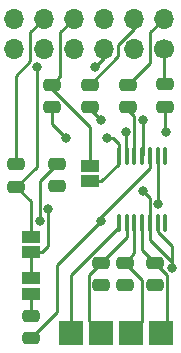
<source format=gbr>
%TF.GenerationSoftware,KiCad,Pcbnew,7.0.7*%
%TF.CreationDate,2023-09-01T15:10:47-05:00*%
%TF.ProjectId,SNES_RGB_BYPASS_AMP,534e4553-5f52-4474-925f-425950415353,rev?*%
%TF.SameCoordinates,Original*%
%TF.FileFunction,Copper,L1,Top*%
%TF.FilePolarity,Positive*%
%FSLAX46Y46*%
G04 Gerber Fmt 4.6, Leading zero omitted, Abs format (unit mm)*
G04 Created by KiCad (PCBNEW 7.0.7) date 2023-09-01 15:10:47*
%MOMM*%
%LPD*%
G01*
G04 APERTURE LIST*
G04 Aperture macros list*
%AMRoundRect*
0 Rectangle with rounded corners*
0 $1 Rounding radius*
0 $2 $3 $4 $5 $6 $7 $8 $9 X,Y pos of 4 corners*
0 Add a 4 corners polygon primitive as box body*
4,1,4,$2,$3,$4,$5,$6,$7,$8,$9,$2,$3,0*
0 Add four circle primitives for the rounded corners*
1,1,$1+$1,$2,$3*
1,1,$1+$1,$4,$5*
1,1,$1+$1,$6,$7*
1,1,$1+$1,$8,$9*
0 Add four rect primitives between the rounded corners*
20,1,$1+$1,$2,$3,$4,$5,0*
20,1,$1+$1,$4,$5,$6,$7,0*
20,1,$1+$1,$6,$7,$8,$9,0*
20,1,$1+$1,$8,$9,$2,$3,0*%
G04 Aperture macros list end*
%TA.AperFunction,SMDPad,CuDef*%
%ADD10R,2.000000X2.000000*%
%TD*%
%TA.AperFunction,SMDPad,CuDef*%
%ADD11RoundRect,0.250000X-0.475000X0.250000X-0.475000X-0.250000X0.475000X-0.250000X0.475000X0.250000X0*%
%TD*%
%TA.AperFunction,SMDPad,CuDef*%
%ADD12R,1.500000X1.000000*%
%TD*%
%TA.AperFunction,SMDPad,CuDef*%
%ADD13RoundRect,0.100000X0.100000X-0.637500X0.100000X0.637500X-0.100000X0.637500X-0.100000X-0.637500X0*%
%TD*%
%TA.AperFunction,SMDPad,CuDef*%
%ADD14RoundRect,0.250000X0.475000X-0.250000X0.475000X0.250000X-0.475000X0.250000X-0.475000X-0.250000X0*%
%TD*%
%TA.AperFunction,ComponentPad*%
%ADD15C,1.700000*%
%TD*%
%TA.AperFunction,ComponentPad*%
%ADD16O,1.700000X1.700000*%
%TD*%
%TA.AperFunction,ViaPad*%
%ADD17C,0.800000*%
%TD*%
%TA.AperFunction,Conductor*%
%ADD18C,0.250000*%
%TD*%
G04 APERTURE END LIST*
D10*
%TO.P,J1,1,Pin_1*%
%TO.N,/CSync*%
X133420000Y-97475000D03*
%TO.P,J1,2,Pin_2*%
%TO.N,/R*%
X135960000Y-97475000D03*
%TO.P,J1,3,Pin_3*%
%TO.N,/G*%
X138500000Y-97475000D03*
%TO.P,J1,4,Pin_4*%
%TO.N,/B*%
X141040000Y-97475000D03*
%TD*%
D11*
%TO.P,C1,1*%
%TO.N,VCC*%
X128778000Y-83225600D03*
%TO.P,C1,2*%
%TO.N,GND*%
X128778000Y-85125600D03*
%TD*%
D12*
%TO.P,JP2,1,A*%
%TO.N,Net-(JP1-B)*%
X130000000Y-92850000D03*
%TO.P,JP2,2,B*%
%TO.N,Net-(JP2-B)*%
X130000000Y-94150000D03*
%TD*%
D13*
%TO.P,U1,1,CH1_IN*%
%TO.N,/CSync*%
X137496000Y-88206500D03*
%TO.P,U1,2,CH2_IN*%
%TO.N,/R*%
X138146000Y-88206500D03*
%TO.P,U1,3,CH3_IN*%
%TO.N,/G*%
X138796000Y-88206500D03*
%TO.P,U1,4,CH4_IN*%
%TO.N,/B*%
X139446000Y-88206500D03*
%TO.P,U1,5,GND*%
%TO.N,GND*%
X140096000Y-88206500D03*
%TO.P,U1,6,DISABLE*%
X140746000Y-88206500D03*
%TO.P,U1,7,NC*%
%TO.N,unconnected-(U1-NC-Pad7)*%
X141396000Y-88206500D03*
%TO.P,U1,8,NC*%
%TO.N,unconnected-(U1-NC-Pad8)*%
X141396000Y-82481500D03*
%TO.P,U1,9,BYPASS*%
%TO.N,Net-(JP1-B)*%
X140746000Y-82481500D03*
%TO.P,U1,10,V_{S+}*%
%TO.N,VCC*%
X140096000Y-82481500D03*
%TO.P,U1,11,CH4_OUT*%
%TO.N,Net-(U1-CH4_OUT)*%
X139446000Y-82481500D03*
%TO.P,U1,12,CH3_OUT*%
%TO.N,Net-(U1-CH3_OUT)*%
X138796000Y-82481500D03*
%TO.P,U1,13,CH2_OUT*%
%TO.N,Net-(U1-CH2_OUT)*%
X138146000Y-82481500D03*
%TO.P,U1,14,CH1_OUT*%
%TO.N,Net-(JP3-A)*%
X137496000Y-82481500D03*
%TD*%
D11*
%TO.P,R5,1*%
%TO.N,/CSync'*%
X131775200Y-76469200D03*
%TO.P,R5,2*%
%TO.N,Net-(JP3-A)*%
X131775200Y-78369200D03*
%TD*%
%TO.P,R4,1*%
%TO.N,Net-(JP2-B)*%
X130000000Y-96050000D03*
%TO.P,R4,2*%
%TO.N,VCC*%
X130000000Y-97950000D03*
%TD*%
D14*
%TO.P,R3,1*%
%TO.N,GND*%
X136000000Y-93450000D03*
%TO.P,R3,2*%
%TO.N,/R*%
X136000000Y-91550000D03*
%TD*%
D12*
%TO.P,JP1,1,A*%
%TO.N,GND*%
X130000000Y-89350000D03*
%TO.P,JP1,2,B*%
%TO.N,Net-(JP1-B)*%
X130000000Y-90650000D03*
%TD*%
D14*
%TO.P,R2,1*%
%TO.N,GND*%
X138000000Y-93450000D03*
%TO.P,R2,2*%
%TO.N,/G*%
X138000000Y-91550000D03*
%TD*%
D11*
%TO.P,R7,2*%
%TO.N,Net-(U1-CH3_OUT)*%
X138277600Y-78369200D03*
%TO.P,R7,1*%
%TO.N,/G'*%
X138277600Y-76469200D03*
%TD*%
%TO.P,R8,2*%
%TO.N,Net-(U1-CH4_OUT)*%
X135026400Y-78369200D03*
%TO.P,R8,1*%
%TO.N,/B'*%
X135026400Y-76469200D03*
%TD*%
D14*
%TO.P,R1,1*%
%TO.N,GND*%
X140500000Y-93450000D03*
%TO.P,R1,2*%
%TO.N,/B*%
X140500000Y-91550000D03*
%TD*%
D11*
%TO.P,R6,1*%
%TO.N,/R'*%
X141376400Y-76433600D03*
%TO.P,R6,2*%
%TO.N,Net-(U1-CH2_OUT)*%
X141376400Y-78333600D03*
%TD*%
D12*
%TO.P,JP3,1,A*%
%TO.N,Net-(JP3-A)*%
X135000000Y-84650000D03*
%TO.P,JP3,2,B*%
%TO.N,/CSync'*%
X135000000Y-83350000D03*
%TD*%
D11*
%TO.P,C2,1*%
%TO.N,VCC*%
X132257800Y-83174800D03*
%TO.P,C2,2*%
%TO.N,GND*%
X132257800Y-85074800D03*
%TD*%
D15*
%TO.P,J2,1,Pin_1*%
%TO.N,/R'*%
X141325600Y-73411000D03*
D16*
%TO.P,J2,2,Pin_2*%
%TO.N,/G'*%
X141325600Y-70871000D03*
%TO.P,J2,3,Pin_3*%
%TO.N,unconnected-(J2-Pin_3-Pad3)*%
X138785600Y-73411000D03*
%TO.P,J2,4,Pin_4*%
%TO.N,/B'*%
X138785600Y-70871000D03*
%TO.P,J2,5,Pin_5*%
%TO.N,GND*%
X136245600Y-73411000D03*
%TO.P,J2,6,Pin_6*%
%TO.N,unconnected-(J2-Pin_6-Pad6)*%
X136245600Y-70871000D03*
%TO.P,J2,7,Pin_7*%
%TO.N,unconnected-(J2-Pin_7-Pad7)*%
X133705600Y-73411000D03*
%TO.P,J2,8,Pin_8*%
%TO.N,/CSync'*%
X133705600Y-70871000D03*
%TO.P,J2,9,Pin_9*%
%TO.N,unconnected-(J2-Pin_9-Pad9)*%
X131165600Y-73411000D03*
%TO.P,J2,10,Pin_10*%
%TO.N,VCC*%
X131165600Y-70871000D03*
%TO.P,J2,11,Pin_11*%
%TO.N,unconnected-(J2-Pin_11-Pad11)*%
X128625600Y-73411000D03*
%TO.P,J2,12,Pin_12*%
%TO.N,unconnected-(J2-Pin_12-Pad12)*%
X128625600Y-70871000D03*
%TD*%
D17*
%TO.N,VCC*%
X132257800Y-83174800D03*
X136000000Y-88000000D03*
X130775500Y-88000000D03*
X128778000Y-83225600D03*
%TO.N,GND*%
X142000000Y-92000000D03*
X132257800Y-85074800D03*
X139500000Y-85500000D03*
X138000000Y-93450000D03*
X135485501Y-74985501D03*
X128778000Y-85125600D03*
X130500000Y-75000000D03*
X140500000Y-93450000D03*
X136000000Y-93450000D03*
%TO.N,Net-(JP3-A)*%
X133000000Y-81000000D03*
X136500000Y-81000000D03*
%TO.N,Net-(JP1-B)*%
X140820500Y-86608299D03*
X131500000Y-87000000D03*
%TO.N,Net-(U1-CH2_OUT)*%
X138071500Y-80500000D03*
X141500000Y-80500000D03*
%TO.N,Net-(U1-CH4_OUT)*%
X139520500Y-79500000D03*
X136000000Y-79500000D03*
%TD*%
D18*
%TO.N,VCC*%
X131165600Y-70871000D02*
X129990600Y-72046000D01*
X132257800Y-83174800D02*
X130775500Y-84657100D01*
X129990600Y-74484095D02*
X128778000Y-75696695D01*
X128778000Y-75696695D02*
X128778000Y-83000000D01*
X130775500Y-84657100D02*
X130775500Y-88000000D01*
X140096000Y-83554484D02*
X136000000Y-87650484D01*
X129990600Y-72046000D02*
X129990600Y-74484095D01*
X140096000Y-82481500D02*
X140096000Y-83554484D01*
X128778000Y-83225600D02*
X128778000Y-83000000D01*
X136000000Y-87650484D02*
X136000000Y-88000000D01*
X132225000Y-91775000D02*
X136000000Y-88000000D01*
X130000000Y-97950000D02*
X132225000Y-95725000D01*
X132225000Y-95725000D02*
X132225000Y-91775000D01*
%TO.N,GND*%
X140096000Y-86096000D02*
X140096000Y-88206500D01*
X139500000Y-85500000D02*
X140096000Y-86096000D01*
X142000000Y-91511827D02*
X140096000Y-89607827D01*
X140096000Y-89607827D02*
X140096000Y-88206500D01*
X142000000Y-92000000D02*
X142000000Y-91511827D01*
X130500000Y-83403600D02*
X128778000Y-85125600D01*
X136245600Y-73411000D02*
X136245600Y-74225402D01*
X130500000Y-75000000D02*
X130500000Y-83403600D01*
X142000000Y-90169000D02*
X141915500Y-90084500D01*
X136245600Y-74225402D02*
X135485501Y-74985501D01*
X130000000Y-89350000D02*
X130000000Y-86347600D01*
X130000000Y-86347600D02*
X128778000Y-85125600D01*
X140746000Y-88915000D02*
X140746000Y-88206500D01*
X142000000Y-90169000D02*
X142000000Y-92000000D01*
X141915500Y-90084500D02*
X140746000Y-88915000D01*
%TO.N,/CSync*%
X133420000Y-97475000D02*
X133420000Y-92591827D01*
X137496000Y-88515827D02*
X137496000Y-88206500D01*
X133420000Y-92591827D02*
X137496000Y-88515827D01*
%TO.N,/R*%
X138146000Y-88206500D02*
X138146000Y-89404000D01*
X136000000Y-91550000D02*
X134950000Y-92600000D01*
X138146000Y-89404000D02*
X136000000Y-91550000D01*
X134950000Y-96465000D02*
X135960000Y-97475000D01*
X134950000Y-92600000D02*
X134950000Y-96465000D01*
%TO.N,/G*%
X138796000Y-90754000D02*
X138796000Y-88206500D01*
X138000000Y-91550000D02*
X138796000Y-90754000D01*
X139450000Y-93000000D02*
X139450000Y-96525000D01*
X138000000Y-91550000D02*
X139450000Y-93000000D01*
X139450000Y-96525000D02*
X138500000Y-97475000D01*
%TO.N,/B*%
X140500000Y-91550000D02*
X141550000Y-92600000D01*
X139446000Y-90496000D02*
X139446000Y-88206500D01*
X140500000Y-91550000D02*
X139446000Y-90496000D01*
X141550000Y-96965000D02*
X141040000Y-97475000D01*
X141550000Y-92600000D02*
X141550000Y-96965000D01*
%TO.N,/G'*%
X140150600Y-72046000D02*
X140150600Y-74596200D01*
X141325600Y-70871000D02*
X140150600Y-72046000D01*
X140150600Y-74596200D02*
X138277600Y-76469200D01*
%TO.N,/R'*%
X141325600Y-76382800D02*
X141376400Y-76433600D01*
X141325600Y-73411000D02*
X141325600Y-76382800D01*
%TO.N,/B'*%
X137420600Y-74075000D02*
X135026400Y-76469200D01*
X138785600Y-70871000D02*
X138785600Y-71749299D01*
X138785600Y-71749299D02*
X137420600Y-73114299D01*
X137420600Y-73114299D02*
X137420600Y-74075000D01*
%TO.N,/CSync'*%
X135000000Y-83350000D02*
X135000000Y-80055827D01*
X131775200Y-76831027D02*
X131775200Y-76469200D01*
X132530600Y-72046000D02*
X132530600Y-75713800D01*
X133705600Y-70871000D02*
X132530600Y-72046000D01*
X135000000Y-80055827D02*
X131775200Y-76831027D01*
X132530600Y-75713800D02*
X131775200Y-76469200D01*
%TO.N,Net-(JP2-B)*%
X130000000Y-94150000D02*
X130000000Y-96050000D01*
%TO.N,Net-(JP3-A)*%
X131775200Y-78369200D02*
X131775200Y-79775200D01*
X137496000Y-83154000D02*
X136000000Y-84650000D01*
X136000000Y-84650000D02*
X135000000Y-84650000D01*
X137496000Y-81496000D02*
X137000000Y-81000000D01*
X137496000Y-82481500D02*
X137496000Y-83154000D01*
X137000000Y-81000000D02*
X136500000Y-81000000D01*
X137496000Y-82481500D02*
X137496000Y-81496000D01*
X131775200Y-79775200D02*
X133000000Y-81000000D01*
%TO.N,Net-(JP1-B)*%
X140746000Y-82481500D02*
X140820500Y-82556000D01*
X130000000Y-92850000D02*
X130000000Y-90650000D01*
X131500000Y-90150000D02*
X131000000Y-90650000D01*
X131500000Y-87000000D02*
X131500000Y-90150000D01*
X140820500Y-82556000D02*
X140820500Y-86608299D01*
X131000000Y-90650000D02*
X130000000Y-90650000D01*
%TO.N,Net-(U1-CH2_OUT)*%
X138071500Y-80500000D02*
X138071500Y-82407000D01*
X138071500Y-82407000D02*
X138146000Y-82481500D01*
X141376400Y-80376400D02*
X141500000Y-80500000D01*
X141376400Y-78333600D02*
X141376400Y-80376400D01*
%TO.N,Net-(U1-CH3_OUT)*%
X138277600Y-78369200D02*
X138277600Y-78576641D01*
X138796000Y-79095041D02*
X138796000Y-82481500D01*
X138277600Y-78576641D02*
X138796000Y-79095041D01*
%TO.N,Net-(U1-CH4_OUT)*%
X139520500Y-79500000D02*
X139520500Y-82407000D01*
X135026400Y-78473600D02*
X135000000Y-78500000D01*
X135026400Y-78526400D02*
X136000000Y-79500000D01*
X135026400Y-78369200D02*
X135026400Y-78473600D01*
X135026400Y-78369200D02*
X135026400Y-78526400D01*
X139520500Y-82407000D02*
X139446000Y-82481500D01*
%TD*%
M02*

</source>
